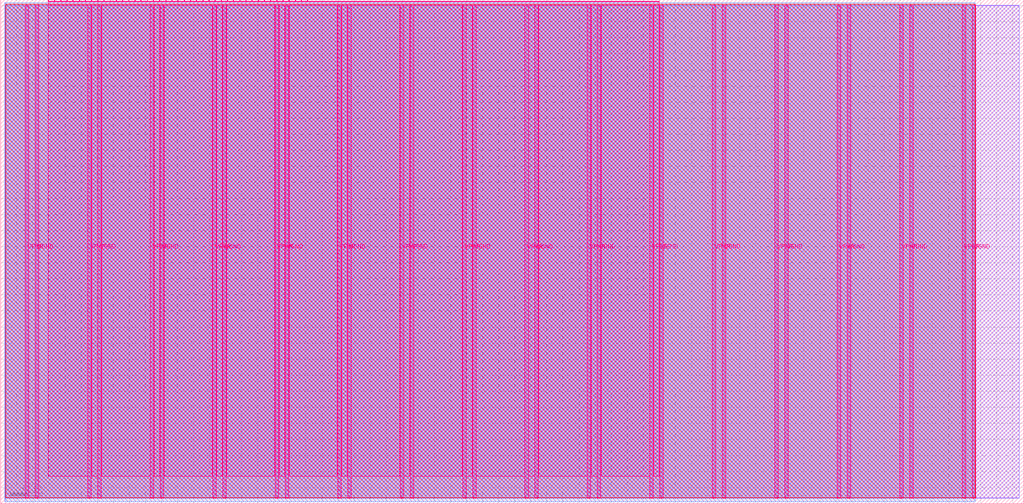
<source format=lef>
VERSION 5.7 ;
  NOWIREEXTENSIONATPIN ON ;
  DIVIDERCHAR "/" ;
  BUSBITCHARS "[]" ;
MACRO tt_um_alphaonesoc
  CLASS BLOCK ;
  FOREIGN tt_um_alphaonesoc ;
  ORIGIN 0.000 0.000 ;
  SIZE 636.960 BY 313.740 ;
  PIN VGND
    DIRECTION INOUT ;
    USE GROUND ;
    PORT
      LAYER Metal5 ;
        RECT 21.580 3.560 23.780 310.180 ;
    END
    PORT
      LAYER Metal5 ;
        RECT 60.450 3.560 62.650 310.180 ;
    END
    PORT
      LAYER Metal5 ;
        RECT 99.320 3.560 101.520 310.180 ;
    END
    PORT
      LAYER Metal5 ;
        RECT 138.190 3.560 140.390 310.180 ;
    END
    PORT
      LAYER Metal5 ;
        RECT 177.060 3.560 179.260 310.180 ;
    END
    PORT
      LAYER Metal5 ;
        RECT 215.930 3.560 218.130 310.180 ;
    END
    PORT
      LAYER Metal5 ;
        RECT 254.800 3.560 257.000 310.180 ;
    END
    PORT
      LAYER Metal5 ;
        RECT 293.670 3.560 295.870 310.180 ;
    END
    PORT
      LAYER Metal5 ;
        RECT 332.540 3.560 334.740 310.180 ;
    END
    PORT
      LAYER Metal5 ;
        RECT 371.410 3.560 373.610 310.180 ;
    END
    PORT
      LAYER Metal5 ;
        RECT 410.280 3.560 412.480 310.180 ;
    END
    PORT
      LAYER Metal5 ;
        RECT 449.150 3.560 451.350 310.180 ;
    END
    PORT
      LAYER Metal5 ;
        RECT 488.020 3.560 490.220 310.180 ;
    END
    PORT
      LAYER Metal5 ;
        RECT 526.890 3.560 529.090 310.180 ;
    END
    PORT
      LAYER Metal5 ;
        RECT 565.760 3.560 567.960 310.180 ;
    END
    PORT
      LAYER Metal5 ;
        RECT 604.630 3.560 606.830 310.180 ;
    END
  END VGND
  PIN VPWR
    DIRECTION INOUT ;
    USE POWER ;
    PORT
      LAYER Metal5 ;
        RECT 15.380 3.560 17.580 310.180 ;
    END
    PORT
      LAYER Metal5 ;
        RECT 54.250 3.560 56.450 310.180 ;
    END
    PORT
      LAYER Metal5 ;
        RECT 93.120 3.560 95.320 310.180 ;
    END
    PORT
      LAYER Metal5 ;
        RECT 131.990 3.560 134.190 310.180 ;
    END
    PORT
      LAYER Metal5 ;
        RECT 170.860 3.560 173.060 310.180 ;
    END
    PORT
      LAYER Metal5 ;
        RECT 209.730 3.560 211.930 310.180 ;
    END
    PORT
      LAYER Metal5 ;
        RECT 248.600 3.560 250.800 310.180 ;
    END
    PORT
      LAYER Metal5 ;
        RECT 287.470 3.560 289.670 310.180 ;
    END
    PORT
      LAYER Metal5 ;
        RECT 326.340 3.560 328.540 310.180 ;
    END
    PORT
      LAYER Metal5 ;
        RECT 365.210 3.560 367.410 310.180 ;
    END
    PORT
      LAYER Metal5 ;
        RECT 404.080 3.560 406.280 310.180 ;
    END
    PORT
      LAYER Metal5 ;
        RECT 442.950 3.560 445.150 310.180 ;
    END
    PORT
      LAYER Metal5 ;
        RECT 481.820 3.560 484.020 310.180 ;
    END
    PORT
      LAYER Metal5 ;
        RECT 520.690 3.560 522.890 310.180 ;
    END
    PORT
      LAYER Metal5 ;
        RECT 559.560 3.560 561.760 310.180 ;
    END
    PORT
      LAYER Metal5 ;
        RECT 598.430 3.560 600.630 310.180 ;
    END
  END VPWR
  PIN clk
    DIRECTION INPUT ;
    USE SIGNAL ;
    ANTENNAGATEAREA 5.293600 ;
    ANTENNADIFFAREA 16.123199 ;
    PORT
      LAYER Metal5 ;
        RECT 187.050 312.740 187.350 313.740 ;
    END
  END clk
  PIN ena
    DIRECTION INPUT ;
    USE SIGNAL ;
    PORT
      LAYER Metal5 ;
        RECT 190.890 312.740 191.190 313.740 ;
    END
  END ena
  PIN rst_n
    DIRECTION INPUT ;
    USE SIGNAL ;
    ANTENNAGATEAREA 0.314600 ;
    PORT
      LAYER Metal5 ;
        RECT 183.210 312.740 183.510 313.740 ;
    END
  END rst_n
  PIN ui_in[0]
    DIRECTION INPUT ;
    USE SIGNAL ;
    ANTENNAGATEAREA 0.213200 ;
    PORT
      LAYER Metal5 ;
        RECT 179.370 312.740 179.670 313.740 ;
    END
  END ui_in[0]
  PIN ui_in[1]
    DIRECTION INPUT ;
    USE SIGNAL ;
    ANTENNAGATEAREA 0.213200 ;
    PORT
      LAYER Metal5 ;
        RECT 175.530 312.740 175.830 313.740 ;
    END
  END ui_in[1]
  PIN ui_in[2]
    DIRECTION INPUT ;
    USE SIGNAL ;
    ANTENNAGATEAREA 0.213200 ;
    PORT
      LAYER Metal5 ;
        RECT 171.690 312.740 171.990 313.740 ;
    END
  END ui_in[2]
  PIN ui_in[3]
    DIRECTION INPUT ;
    USE SIGNAL ;
    ANTENNAGATEAREA 0.213200 ;
    PORT
      LAYER Metal5 ;
        RECT 167.850 312.740 168.150 313.740 ;
    END
  END ui_in[3]
  PIN ui_in[4]
    DIRECTION INPUT ;
    USE SIGNAL ;
    ANTENNAGATEAREA 0.213200 ;
    PORT
      LAYER Metal5 ;
        RECT 164.010 312.740 164.310 313.740 ;
    END
  END ui_in[4]
  PIN ui_in[5]
    DIRECTION INPUT ;
    USE SIGNAL ;
    ANTENNAGATEAREA 0.213200 ;
    PORT
      LAYER Metal5 ;
        RECT 160.170 312.740 160.470 313.740 ;
    END
  END ui_in[5]
  PIN ui_in[6]
    DIRECTION INPUT ;
    USE SIGNAL ;
    ANTENNAGATEAREA 0.213200 ;
    PORT
      LAYER Metal5 ;
        RECT 156.330 312.740 156.630 313.740 ;
    END
  END ui_in[6]
  PIN ui_in[7]
    DIRECTION INPUT ;
    USE SIGNAL ;
    ANTENNAGATEAREA 0.180700 ;
    PORT
      LAYER Metal5 ;
        RECT 152.490 312.740 152.790 313.740 ;
    END
  END ui_in[7]
  PIN uio_in[0]
    DIRECTION INPUT ;
    USE SIGNAL ;
    PORT
      LAYER Metal5 ;
        RECT 148.650 312.740 148.950 313.740 ;
    END
  END uio_in[0]
  PIN uio_in[1]
    DIRECTION INPUT ;
    USE SIGNAL ;
    ANTENNAGATEAREA 0.314600 ;
    PORT
      LAYER Metal5 ;
        RECT 144.810 312.740 145.110 313.740 ;
    END
  END uio_in[1]
  PIN uio_in[2]
    DIRECTION INPUT ;
    USE SIGNAL ;
    ANTENNAGATEAREA 0.314600 ;
    PORT
      LAYER Metal5 ;
        RECT 140.970 312.740 141.270 313.740 ;
    END
  END uio_in[2]
  PIN uio_in[3]
    DIRECTION INPUT ;
    USE SIGNAL ;
    PORT
      LAYER Metal5 ;
        RECT 137.130 312.740 137.430 313.740 ;
    END
  END uio_in[3]
  PIN uio_in[4]
    DIRECTION INPUT ;
    USE SIGNAL ;
    ANTENNAGATEAREA 0.314600 ;
    PORT
      LAYER Metal5 ;
        RECT 133.290 312.740 133.590 313.740 ;
    END
  END uio_in[4]
  PIN uio_in[5]
    DIRECTION INPUT ;
    USE SIGNAL ;
    ANTENNAGATEAREA 0.213200 ;
    PORT
      LAYER Metal5 ;
        RECT 129.450 312.740 129.750 313.740 ;
    END
  END uio_in[5]
  PIN uio_in[6]
    DIRECTION INPUT ;
    USE SIGNAL ;
    PORT
      LAYER Metal5 ;
        RECT 125.610 312.740 125.910 313.740 ;
    END
  END uio_in[6]
  PIN uio_in[7]
    DIRECTION INPUT ;
    USE SIGNAL ;
    PORT
      LAYER Metal5 ;
        RECT 121.770 312.740 122.070 313.740 ;
    END
  END uio_in[7]
  PIN uio_oe[0]
    DIRECTION OUTPUT ;
    USE SIGNAL ;
    ANTENNADIFFAREA 0.706800 ;
    PORT
      LAYER Metal5 ;
        RECT 56.490 312.740 56.790 313.740 ;
    END
  END uio_oe[0]
  PIN uio_oe[1]
    DIRECTION OUTPUT ;
    USE SIGNAL ;
    ANTENNADIFFAREA 0.706800 ;
    PORT
      LAYER Metal5 ;
        RECT 52.650 312.740 52.950 313.740 ;
    END
  END uio_oe[1]
  PIN uio_oe[2]
    DIRECTION OUTPUT ;
    USE SIGNAL ;
    ANTENNADIFFAREA 0.706800 ;
    PORT
      LAYER Metal5 ;
        RECT 48.810 312.740 49.110 313.740 ;
    END
  END uio_oe[2]
  PIN uio_oe[3]
    DIRECTION OUTPUT ;
    USE SIGNAL ;
    ANTENNADIFFAREA 0.706800 ;
    PORT
      LAYER Metal5 ;
        RECT 44.970 312.740 45.270 313.740 ;
    END
  END uio_oe[3]
  PIN uio_oe[4]
    DIRECTION OUTPUT ;
    USE SIGNAL ;
    ANTENNADIFFAREA 0.706800 ;
    PORT
      LAYER Metal5 ;
        RECT 41.130 312.740 41.430 313.740 ;
    END
  END uio_oe[4]
  PIN uio_oe[5]
    DIRECTION OUTPUT ;
    USE SIGNAL ;
    ANTENNAGATEAREA 0.639600 ;
    ANTENNADIFFAREA 0.706800 ;
    PORT
      LAYER Metal5 ;
        RECT 37.290 312.740 37.590 313.740 ;
    END
  END uio_oe[5]
  PIN uio_oe[6]
    DIRECTION OUTPUT ;
    USE SIGNAL ;
    ANTENNADIFFAREA 0.706800 ;
    PORT
      LAYER Metal5 ;
        RECT 33.450 312.740 33.750 313.740 ;
    END
  END uio_oe[6]
  PIN uio_oe[7]
    DIRECTION OUTPUT ;
    USE SIGNAL ;
    ANTENNADIFFAREA 0.706800 ;
    PORT
      LAYER Metal5 ;
        RECT 29.610 312.740 29.910 313.740 ;
    END
  END uio_oe[7]
  PIN uio_out[0]
    DIRECTION OUTPUT ;
    USE SIGNAL ;
    ANTENNADIFFAREA 0.706800 ;
    PORT
      LAYER Metal5 ;
        RECT 87.210 312.740 87.510 313.740 ;
    END
  END uio_out[0]
  PIN uio_out[1]
    DIRECTION OUTPUT ;
    USE SIGNAL ;
    ANTENNADIFFAREA 0.988000 ;
    PORT
      LAYER Metal5 ;
        RECT 83.370 312.740 83.670 313.740 ;
    END
  END uio_out[1]
  PIN uio_out[2]
    DIRECTION OUTPUT ;
    USE SIGNAL ;
    ANTENNADIFFAREA 1.135700 ;
    PORT
      LAYER Metal5 ;
        RECT 79.530 312.740 79.830 313.740 ;
    END
  END uio_out[2]
  PIN uio_out[3]
    DIRECTION OUTPUT ;
    USE SIGNAL ;
    ANTENNADIFFAREA 0.706800 ;
    PORT
      LAYER Metal5 ;
        RECT 75.690 312.740 75.990 313.740 ;
    END
  END uio_out[3]
  PIN uio_out[4]
    DIRECTION OUTPUT ;
    USE SIGNAL ;
    ANTENNADIFFAREA 0.988000 ;
    PORT
      LAYER Metal5 ;
        RECT 71.850 312.740 72.150 313.740 ;
    END
  END uio_out[4]
  PIN uio_out[5]
    DIRECTION OUTPUT ;
    USE SIGNAL ;
    ANTENNADIFFAREA 0.677200 ;
    PORT
      LAYER Metal5 ;
        RECT 68.010 312.740 68.310 313.740 ;
    END
  END uio_out[5]
  PIN uio_out[6]
    DIRECTION OUTPUT ;
    USE SIGNAL ;
    ANTENNADIFFAREA 0.706800 ;
    PORT
      LAYER Metal5 ;
        RECT 64.170 312.740 64.470 313.740 ;
    END
  END uio_out[6]
  PIN uio_out[7]
    DIRECTION OUTPUT ;
    USE SIGNAL ;
    ANTENNADIFFAREA 0.706800 ;
    PORT
      LAYER Metal5 ;
        RECT 60.330 312.740 60.630 313.740 ;
    END
  END uio_out[7]
  PIN uo_out[0]
    DIRECTION OUTPUT ;
    USE SIGNAL ;
    ANTENNAGATEAREA 0.241800 ;
    ANTENNADIFFAREA 1.023000 ;
    PORT
      LAYER Metal5 ;
        RECT 117.930 312.740 118.230 313.740 ;
    END
  END uo_out[0]
  PIN uo_out[1]
    DIRECTION OUTPUT ;
    USE SIGNAL ;
    ANTENNAGATEAREA 0.241800 ;
    ANTENNADIFFAREA 1.023000 ;
    PORT
      LAYER Metal5 ;
        RECT 114.090 312.740 114.390 313.740 ;
    END
  END uo_out[1]
  PIN uo_out[2]
    DIRECTION OUTPUT ;
    USE SIGNAL ;
    ANTENNAGATEAREA 0.241800 ;
    ANTENNADIFFAREA 1.023000 ;
    PORT
      LAYER Metal5 ;
        RECT 110.250 312.740 110.550 313.740 ;
    END
  END uo_out[2]
  PIN uo_out[3]
    DIRECTION OUTPUT ;
    USE SIGNAL ;
    ANTENNAGATEAREA 0.241800 ;
    ANTENNADIFFAREA 1.023000 ;
    PORT
      LAYER Metal5 ;
        RECT 106.410 312.740 106.710 313.740 ;
    END
  END uo_out[3]
  PIN uo_out[4]
    DIRECTION OUTPUT ;
    USE SIGNAL ;
    ANTENNAGATEAREA 0.241800 ;
    ANTENNADIFFAREA 0.958400 ;
    PORT
      LAYER Metal5 ;
        RECT 102.570 312.740 102.870 313.740 ;
    END
  END uo_out[4]
  PIN uo_out[5]
    DIRECTION OUTPUT ;
    USE SIGNAL ;
    ANTENNAGATEAREA 0.241800 ;
    ANTENNADIFFAREA 1.023000 ;
    PORT
      LAYER Metal5 ;
        RECT 98.730 312.740 99.030 313.740 ;
    END
  END uo_out[5]
  PIN uo_out[6]
    DIRECTION OUTPUT ;
    USE SIGNAL ;
    ANTENNAGATEAREA 0.241800 ;
    ANTENNADIFFAREA 1.023000 ;
    PORT
      LAYER Metal5 ;
        RECT 94.890 312.740 95.190 313.740 ;
    END
  END uo_out[6]
  PIN uo_out[7]
    DIRECTION OUTPUT ;
    USE SIGNAL ;
    ANTENNADIFFAREA 0.988000 ;
    PORT
      LAYER Metal5 ;
        RECT 91.050 312.740 91.350 313.740 ;
    END
  END uo_out[7]
  OBS
      LAYER GatPoly ;
        RECT 2.880 3.630 634.080 310.110 ;
      LAYER Metal1 ;
        RECT 2.880 3.560 634.080 310.180 ;
      LAYER Metal2 ;
        RECT 2.605 1.160 606.695 311.740 ;
      LAYER Metal3 ;
        RECT 3.260 1.115 606.650 311.785 ;
      LAYER Metal4 ;
        RECT 3.215 3.680 606.695 310.900 ;
      LAYER Metal5 ;
        RECT 30.120 312.530 33.240 312.740 ;
        RECT 33.960 312.530 37.080 312.740 ;
        RECT 37.800 312.530 40.920 312.740 ;
        RECT 41.640 312.530 44.760 312.740 ;
        RECT 45.480 312.530 48.600 312.740 ;
        RECT 49.320 312.530 52.440 312.740 ;
        RECT 53.160 312.530 56.280 312.740 ;
        RECT 57.000 312.530 60.120 312.740 ;
        RECT 60.840 312.530 63.960 312.740 ;
        RECT 64.680 312.530 67.800 312.740 ;
        RECT 68.520 312.530 71.640 312.740 ;
        RECT 72.360 312.530 75.480 312.740 ;
        RECT 76.200 312.530 79.320 312.740 ;
        RECT 80.040 312.530 83.160 312.740 ;
        RECT 83.880 312.530 87.000 312.740 ;
        RECT 87.720 312.530 90.840 312.740 ;
        RECT 91.560 312.530 94.680 312.740 ;
        RECT 95.400 312.530 98.520 312.740 ;
        RECT 99.240 312.530 102.360 312.740 ;
        RECT 103.080 312.530 106.200 312.740 ;
        RECT 106.920 312.530 110.040 312.740 ;
        RECT 110.760 312.530 113.880 312.740 ;
        RECT 114.600 312.530 117.720 312.740 ;
        RECT 118.440 312.530 121.560 312.740 ;
        RECT 122.280 312.530 125.400 312.740 ;
        RECT 126.120 312.530 129.240 312.740 ;
        RECT 129.960 312.530 133.080 312.740 ;
        RECT 133.800 312.530 136.920 312.740 ;
        RECT 137.640 312.530 140.760 312.740 ;
        RECT 141.480 312.530 144.600 312.740 ;
        RECT 145.320 312.530 148.440 312.740 ;
        RECT 149.160 312.530 152.280 312.740 ;
        RECT 153.000 312.530 156.120 312.740 ;
        RECT 156.840 312.530 159.960 312.740 ;
        RECT 160.680 312.530 163.800 312.740 ;
        RECT 164.520 312.530 167.640 312.740 ;
        RECT 168.360 312.530 171.480 312.740 ;
        RECT 172.200 312.530 175.320 312.740 ;
        RECT 176.040 312.530 179.160 312.740 ;
        RECT 179.880 312.530 183.000 312.740 ;
        RECT 183.720 312.530 186.840 312.740 ;
        RECT 187.560 312.530 190.680 312.740 ;
        RECT 191.400 312.530 410.020 312.740 ;
        RECT 29.660 310.390 410.020 312.530 ;
        RECT 29.660 17.075 54.040 310.390 ;
        RECT 56.660 17.075 60.240 310.390 ;
        RECT 62.860 17.075 92.910 310.390 ;
        RECT 95.530 17.075 99.110 310.390 ;
        RECT 101.730 17.075 131.780 310.390 ;
        RECT 134.400 17.075 137.980 310.390 ;
        RECT 140.600 17.075 170.650 310.390 ;
        RECT 173.270 17.075 176.850 310.390 ;
        RECT 179.470 17.075 209.520 310.390 ;
        RECT 212.140 17.075 215.720 310.390 ;
        RECT 218.340 17.075 248.390 310.390 ;
        RECT 251.010 17.075 254.590 310.390 ;
        RECT 257.210 17.075 287.260 310.390 ;
        RECT 289.880 17.075 293.460 310.390 ;
        RECT 296.080 17.075 326.130 310.390 ;
        RECT 328.750 17.075 332.330 310.390 ;
        RECT 334.950 17.075 365.000 310.390 ;
        RECT 367.620 17.075 371.200 310.390 ;
        RECT 373.820 17.075 403.870 310.390 ;
        RECT 406.490 17.075 410.020 310.390 ;
  END
END tt_um_alphaonesoc
END LIBRARY


</source>
